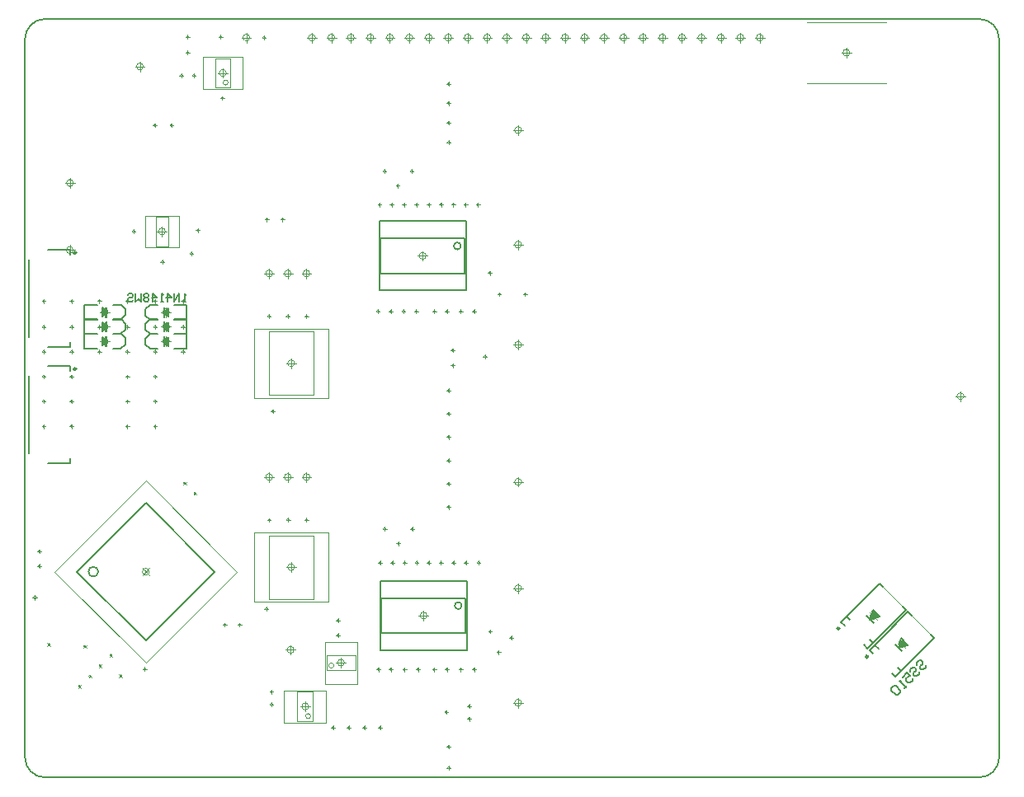
<source format=gbo>
G04*
G04 #@! TF.GenerationSoftware,Altium Limited,Altium Designer,20.0.12 (288)*
G04*
G04 Layer_Color=32896*
%FSLAX25Y25*%
%MOIN*%
G70*
G01*
G75*
%ADD11C,0.00984*%
%ADD12C,0.00787*%
%ADD13C,0.01000*%
%ADD17C,0.00600*%
%ADD19C,0.00500*%
%ADD20C,0.00800*%
%ADD21C,0.00394*%
%ADD23C,0.00700*%
%ADD25C,0.00591*%
%ADD26C,0.00197*%
%ADD27C,0.00100*%
%ADD28C,0.00158*%
D11*
X673616Y193812D02*
G03*
X673616Y193812I-492J0D01*
G01*
X662160Y205267D02*
G03*
X662160Y205267I-492J0D01*
G01*
X353816Y310168D02*
G03*
X353816Y310168I-492J0D01*
G01*
Y357168D02*
G03*
X353816Y357168I-492J0D01*
G01*
D12*
X683424Y187131D02*
X684816Y185739D01*
X699014Y202720D02*
X700406Y201328D01*
X674237Y196318D02*
X675629Y194926D01*
X689827Y211907D02*
X691219Y210515D01*
X684816Y185739D02*
X700406Y201328D01*
X674237Y196318D02*
X689827Y211907D01*
X676464Y198545D02*
X677856Y197153D01*
X685651Y189358D02*
X687043Y187966D01*
X671969Y198586D02*
X673361Y197194D01*
X687559Y214176D02*
X688950Y212784D01*
X662782Y207773D02*
X664174Y206381D01*
X678372Y223362D02*
X679764Y221971D01*
X673361Y197194D02*
X688950Y212784D01*
X662782Y207773D02*
X678372Y223362D01*
X665009Y210000D02*
X666401Y208608D01*
X674196Y200813D02*
X675588Y199421D01*
D13*
X687180Y200237D02*
X688806Y198611D01*
X686544Y198045D02*
X687180Y200237D01*
X686544Y198045D02*
X688806Y198611D01*
X686544Y198045D02*
X688028Y199530D01*
X675725Y211692D02*
X677351Y210066D01*
X675088Y209500D02*
X675725Y211692D01*
X675088Y209500D02*
X677351Y210066D01*
X675088Y209500D02*
X676573Y210985D01*
X365200Y332700D02*
X365400Y333300D01*
X364700Y333900D02*
X365400Y333300D01*
X364700Y333900D02*
X364800Y332200D01*
X365200Y326750D02*
X365400Y327350D01*
X364700Y327950D02*
X365400Y327350D01*
X364700Y327950D02*
X364800Y326250D01*
X365200Y320800D02*
X365400Y321400D01*
X364700Y322000D02*
X365400Y321400D01*
X364700Y322000D02*
X364800Y320300D01*
X390000Y333100D02*
X390200Y333700D01*
X390000Y333100D02*
X390700Y332500D01*
X390600Y334200D02*
X390700Y332500D01*
X390000Y327150D02*
X390200Y327750D01*
X390000Y327150D02*
X390700Y326550D01*
X390600Y328250D02*
X390700Y326550D01*
X390000Y321200D02*
X390200Y321800D01*
X390000Y321200D02*
X390700Y320600D01*
X390600Y322300D02*
X390700Y320600D01*
D17*
X364400Y335000D02*
X364400Y331500D01*
X364400Y335000D02*
X366000Y333300D01*
X366000Y335200D02*
X366000Y331200D01*
X364400Y331500D02*
X366000Y333100D01*
X364400Y325550D02*
Y329050D01*
X366000Y327350D01*
X366000Y325250D02*
Y329250D01*
X364400Y325550D02*
X366000Y327150D01*
X364400Y319600D02*
X364400Y323100D01*
X366000Y321400D01*
X366000Y323300D02*
X366000Y319300D01*
X364400Y319600D02*
X366000Y321200D01*
X391000Y334900D02*
X391000Y331400D01*
X389400Y333100D02*
X391000Y331400D01*
X389400Y331200D02*
Y335200D01*
Y333300D02*
X391000Y334900D01*
Y328950D02*
X391000Y325450D01*
X389400Y327150D02*
X391000Y325450D01*
X389400Y325250D02*
X389400Y329250D01*
Y327350D02*
X391000Y328950D01*
Y319500D02*
Y323000D01*
X389400Y321200D02*
X391000Y319500D01*
X389400Y323300D02*
X389400Y319300D01*
Y321400D02*
X391000Y323000D01*
D19*
X693371Y190448D02*
X693371Y191343D01*
X694266Y192238D01*
X695161D01*
X695609Y191791D01*
X695609Y190895D01*
X694714Y190000D01*
Y189105D01*
X695161Y188657D01*
X696057Y188657D01*
X696952Y189552D01*
Y190448D01*
X690685Y187762D02*
Y188657D01*
X691580Y189552D01*
X692475D01*
X692923Y189105D01*
X692923Y188209D01*
X692028Y187314D01*
X692028Y186418D01*
X692475Y185971D01*
X693371Y185971D01*
X694266Y186866D01*
Y187762D01*
X687551Y185523D02*
X689342Y187314D01*
X690685Y185971D01*
X689342Y185523D01*
X688894Y185075D01*
Y184180D01*
X689789Y183285D01*
X690685D01*
X691580Y184180D01*
Y185075D01*
X689342Y181942D02*
X688446Y181046D01*
X688894Y181494D01*
X686208Y184180D01*
X687103D01*
X684865Y181942D02*
X683969D01*
X683074Y181046D01*
X683074Y180151D01*
X684865Y178360D01*
X685760Y178360D01*
X686656Y179255D01*
Y180151D01*
X684865Y181942D01*
X398088Y337500D02*
X397022D01*
X397555D01*
Y340699D01*
X398088Y340166D01*
X395422Y337500D02*
Y340699D01*
X393290Y337500D01*
Y340699D01*
X390624Y337500D02*
Y340699D01*
X392223Y339100D01*
X390091D01*
X389024Y337500D02*
X387958D01*
X388491D01*
Y340699D01*
X389024Y340166D01*
X384759Y337500D02*
Y340699D01*
X386359Y339100D01*
X384226D01*
X383160Y340166D02*
X382627Y340699D01*
X381560D01*
X381027Y340166D01*
Y339633D01*
X381560Y339100D01*
X381027Y338566D01*
Y338033D01*
X381560Y337500D01*
X382627D01*
X383160Y338033D01*
Y338566D01*
X382627Y339100D01*
X383160Y339633D01*
Y340166D01*
X382627Y339100D02*
X381560D01*
X379961Y340699D02*
Y337500D01*
X378894Y338566D01*
X377828Y337500D01*
Y340699D01*
X374629Y340166D02*
X375162Y340699D01*
X376229D01*
X376762Y340166D01*
Y339633D01*
X376229Y339100D01*
X375162D01*
X374629Y338566D01*
Y338033D01*
X375162Y337500D01*
X376229D01*
X376762Y338033D01*
X398088Y337500D02*
X397022D01*
X397555D01*
Y340699D01*
X398088Y340166D01*
X395422Y337500D02*
Y340699D01*
X393290Y337500D01*
Y340699D01*
X390624Y337500D02*
Y340699D01*
X392223Y339100D01*
X390091D01*
X389024Y337500D02*
X387958D01*
X388491D01*
Y340699D01*
X389024Y340166D01*
X384759Y337500D02*
Y340699D01*
X386359Y339100D01*
X384226D01*
X383160Y340166D02*
X382627Y340699D01*
X381560D01*
X381027Y340166D01*
Y339633D01*
X381560Y339100D01*
X381027Y338566D01*
Y338033D01*
X381560Y337500D01*
X382627D01*
X383160Y338033D01*
Y338566D01*
X382627Y339100D01*
X383160Y339633D01*
Y340166D01*
X382627Y339100D02*
X381560D01*
X379961Y340699D02*
Y337500D01*
X378894Y338566D01*
X377828Y337500D01*
Y340699D01*
X374629Y340166D02*
X375162Y340699D01*
X376229D01*
X376762Y340166D01*
Y339633D01*
X376229Y339100D01*
X375162D01*
X374629Y338566D01*
Y338033D01*
X375162Y337500D01*
X376229D01*
X376762Y338033D01*
X398088Y337500D02*
X397022D01*
X397555D01*
Y340699D01*
X398088Y340166D01*
X395422Y337500D02*
Y340699D01*
X393290Y337500D01*
Y340699D01*
X390624Y337500D02*
Y340699D01*
X392223Y339100D01*
X390091D01*
X389024Y337500D02*
X387958D01*
X388491D01*
Y340699D01*
X389024Y340166D01*
X384759Y337500D02*
Y340699D01*
X386359Y339100D01*
X384226D01*
X383160Y340166D02*
X382627Y340699D01*
X381560D01*
X381027Y340166D01*
Y339633D01*
X381560Y339100D01*
X381027Y338566D01*
Y338033D01*
X381560Y337500D01*
X382627D01*
X383160Y338033D01*
Y338566D01*
X382627Y339100D01*
X383160Y339633D01*
Y340166D01*
X382627Y339100D02*
X381560D01*
X379961Y340699D02*
Y337500D01*
X378894Y338566D01*
X377828Y337500D01*
Y340699D01*
X374629Y340166D02*
X375162Y340699D01*
X376229D01*
X376762Y340166D01*
Y339633D01*
X376229Y339100D01*
X375162D01*
X374629Y338566D01*
Y338033D01*
X375162Y337500D01*
X376229D01*
X376762Y338033D01*
X398088Y337500D02*
X397022D01*
X397555D01*
Y340699D01*
X398088Y340166D01*
X395422Y337500D02*
Y340699D01*
X393290Y337500D01*
Y340699D01*
X390624Y337500D02*
Y340699D01*
X392223Y339100D01*
X390091D01*
X389024Y337500D02*
X387958D01*
X388491D01*
Y340699D01*
X389024Y340166D01*
X384759Y337500D02*
Y340699D01*
X386359Y339100D01*
X384226D01*
X383160Y340166D02*
X382627Y340699D01*
X381560D01*
X381027Y340166D01*
Y339633D01*
X381560Y339100D01*
X381027Y338566D01*
Y338033D01*
X381560Y337500D01*
X382627D01*
X383160Y338033D01*
Y338566D01*
X382627Y339100D01*
X383160Y339633D01*
Y340166D01*
X382627Y339100D02*
X381560D01*
X379961Y340699D02*
Y337500D01*
X378894Y338566D01*
X377828Y337500D01*
Y340699D01*
X374629Y340166D02*
X375162Y340699D01*
X376229D01*
X376762Y340166D01*
Y339633D01*
X376229Y339100D01*
X375162D01*
X374629Y338566D01*
Y338033D01*
X375162Y337500D01*
X376229D01*
X376762Y338033D01*
X398088Y337500D02*
X397022D01*
X397555D01*
Y340699D01*
X398088Y340166D01*
X395422Y337500D02*
Y340699D01*
X393290Y337500D01*
Y340699D01*
X390624Y337500D02*
Y340699D01*
X392223Y339100D01*
X390091D01*
X389024Y337500D02*
X387958D01*
X388491D01*
Y340699D01*
X389024Y340166D01*
X384759Y337500D02*
Y340699D01*
X386359Y339100D01*
X384226D01*
X383160Y340166D02*
X382627Y340699D01*
X381560D01*
X381027Y340166D01*
Y339633D01*
X381560Y339100D01*
X381027Y338566D01*
Y338033D01*
X381560Y337500D01*
X382627D01*
X383160Y338033D01*
Y338566D01*
X382627Y339100D01*
X383160Y339633D01*
Y340166D01*
X382627Y339100D02*
X381560D01*
X379961Y340699D02*
Y337500D01*
X378894Y338566D01*
X377828Y337500D01*
Y340699D01*
X374629Y340166D02*
X375162Y340699D01*
X376229D01*
X376762Y340166D01*
Y339633D01*
X376229Y339100D01*
X375162D01*
X374629Y338566D01*
Y338033D01*
X375162Y337500D01*
X376229D01*
X376762Y338033D01*
X398088Y337500D02*
X397022D01*
X397555D01*
Y340699D01*
X398088Y340166D01*
X395422Y337500D02*
Y340699D01*
X393290Y337500D01*
Y340699D01*
X390624Y337500D02*
Y340699D01*
X392223Y339100D01*
X390091D01*
X389024Y337500D02*
X387958D01*
X388491D01*
Y340699D01*
X389024Y340166D01*
X384759Y337500D02*
Y340699D01*
X386359Y339100D01*
X384226D01*
X383160Y340166D02*
X382627Y340699D01*
X381560D01*
X381027Y340166D01*
Y339633D01*
X381560Y339100D01*
X381027Y338566D01*
Y338033D01*
X381560Y337500D01*
X382627D01*
X383160Y338033D01*
Y338566D01*
X382627Y339100D01*
X383160Y339633D01*
Y340166D01*
X382627Y339100D02*
X381560D01*
X379961Y340699D02*
Y337500D01*
X378894Y338566D01*
X377828Y337500D01*
Y340699D01*
X374629Y340166D02*
X375162Y340699D01*
X376229D01*
X376762Y340166D01*
Y339633D01*
X376229Y339100D01*
X375162D01*
X374629Y338566D01*
Y338033D01*
X375162Y337500D01*
X376229D01*
X376762Y338033D01*
X333100Y153000D02*
G03*
X341100Y145000I8000J0D01*
G01*
X718600D02*
G03*
X726600Y153000I0J8000D01*
G01*
Y443700D02*
G03*
X718600Y451700I-8000J0D01*
G01*
X341100D02*
G03*
X333100Y443700I0J-8000D01*
G01*
Y153000D02*
Y443700D01*
X341100Y145000D02*
X718600D01*
X341100Y451700D02*
X718600D01*
X726600Y153000D02*
Y443700D01*
D20*
X685929Y197431D02*
X686990Y201320D01*
X689818Y198492D01*
X685929Y197431D02*
X689818Y198492D01*
X684515Y198845D02*
X687344Y196017D01*
X674474Y208886D02*
X675535Y212775D01*
X678363Y209947D01*
X674474Y208886D02*
X678363Y209947D01*
X673060Y210300D02*
X675888Y207472D01*
D21*
X448450Y169794D02*
G03*
X448450Y169794I-1000J0D01*
G01*
X415150Y425994D02*
G03*
X415150Y425994I-1000J0D01*
G01*
X457835Y190239D02*
G03*
X457835Y190239I-1000J0D01*
G01*
X684816Y185739D02*
X700406Y201328D01*
X674237Y196318D02*
X689827Y211907D01*
X700406Y201328D01*
X648896Y450344D02*
X680904D01*
X648896Y425856D02*
X680904D01*
X673361Y197194D02*
X688950Y212784D01*
X662782Y207773D02*
X678372Y223362D01*
X688950Y212784D01*
X443150Y167795D02*
X449450D01*
Y179606D01*
X443150D02*
X449450D01*
X443150Y167795D02*
Y179606D01*
X416150Y435806D02*
X416150Y423994D01*
X409850D02*
Y435806D01*
Y423994D02*
X416150D01*
X409850Y435806D02*
X416150D01*
X431545Y299705D02*
Y325295D01*
Y299705D02*
X449655D01*
Y325295D01*
X431545D02*
X449655D01*
X431545Y217205D02*
Y242795D01*
Y217205D02*
X449655D01*
Y242795D01*
X431545D02*
X449655D01*
X454835Y188239D02*
Y194538D01*
Y188239D02*
X466646D01*
Y194538D01*
X454835D02*
X466646D01*
X385876Y359894D02*
Y371706D01*
X390995Y359894D02*
Y371706D01*
X385876D02*
X390995D01*
X385876Y359894D02*
X390995D01*
X381900Y191430D02*
X418670Y228200D01*
X345130Y228200D02*
X381900Y264970D01*
X418670Y228200D01*
X345130Y228200D02*
X381900Y191430D01*
X437800Y167200D02*
Y180200D01*
X454800D01*
Y167200D02*
Y180200D01*
X437800Y167200D02*
X454800D01*
X421000Y423404D02*
Y436396D01*
X405000Y423404D02*
Y436396D01*
Y423404D02*
X421000D01*
X405000Y436396D02*
X421000D01*
X425600Y298500D02*
Y326500D01*
Y298500D02*
X455600Y298500D01*
Y326500D01*
X425600Y326500D02*
X455600Y326500D01*
X425600Y216000D02*
Y244000D01*
Y216000D02*
X455600Y216000D01*
Y244000D01*
X425600Y244000D02*
X455600Y244000D01*
X454240Y199888D02*
X467240D01*
Y182888D02*
Y199888D01*
X454240Y182888D02*
X467240D01*
X454240D02*
Y199888D01*
X381600Y359501D02*
X381600Y372099D01*
X395200Y359501D02*
Y372099D01*
X381600D02*
X395200D01*
X381600Y359501D02*
X395200Y359501D01*
D23*
X357000Y336200D02*
X357000Y330200D01*
X357000Y336200D02*
X362200Y336200D01*
X357000Y330200D02*
X362200Y330200D01*
X371800Y330200D02*
X373600Y332000D01*
X368700Y330200D02*
X371800Y330200D01*
X368700Y336200D02*
X371900Y336200D01*
X373600Y334500D01*
X373600Y332000D02*
X373600Y334500D01*
X357000Y324250D02*
Y330250D01*
X362200Y330250D01*
X357000Y324250D02*
X362200D01*
X371800D02*
X373600Y326050D01*
X368700Y324250D02*
X371800Y324250D01*
X368700Y330250D02*
X371900Y330250D01*
X373600Y328550D01*
X373600Y326050D02*
X373600Y328550D01*
X357000Y318300D02*
Y324300D01*
X362200D01*
X357000Y318300D02*
X362200D01*
X371800D02*
X373600Y320100D01*
X368700Y318300D02*
X371800D01*
X368700Y324300D02*
X371900Y324300D01*
X373600Y322600D01*
Y320100D02*
Y322600D01*
X398400Y330200D02*
Y336200D01*
X393200Y330200D02*
X398400Y330200D01*
X393200Y336200D02*
X398400D01*
X381800Y334400D02*
X383600Y336200D01*
X386700D01*
X383500Y330200D02*
X386700Y330200D01*
X381800Y331900D02*
X383500Y330200D01*
X381800Y331900D02*
Y334400D01*
X398400Y324250D02*
Y330250D01*
X393200Y324250D02*
X398400Y324250D01*
X393200Y330250D02*
X398400D01*
X381800Y328450D02*
X383600Y330250D01*
X386700D01*
X383500Y324250D02*
X386700Y324250D01*
X381800Y325950D02*
X383500Y324250D01*
X381800Y325950D02*
Y328450D01*
X398400Y318300D02*
Y324300D01*
X393200Y318300D02*
X398400D01*
X393200Y324300D02*
X398400D01*
X381800Y322500D02*
X383600Y324300D01*
X386700Y324300D01*
X383500Y318300D02*
X386700Y318300D01*
X381800Y320000D02*
X383500Y318300D01*
X381800Y320000D02*
Y322500D01*
D25*
X342443Y272015D02*
X351301D01*
Y273984D01*
X342443Y311385D02*
X351301D01*
Y309417D02*
Y311385D01*
X334569Y276149D02*
Y307251D01*
X342443Y319015D02*
X351301D01*
Y320984D01*
X342443Y358385D02*
X351301D01*
Y356417D02*
Y358385D01*
X334569Y323149D02*
Y354251D01*
X362655Y228200D02*
G03*
X362655Y228200I-1969J0D01*
G01*
X509164Y359927D02*
G03*
X509164Y359927I-1414J0D01*
G01*
X509514Y214458D02*
G03*
X509514Y214458I-1414J0D01*
G01*
X381900Y200361D02*
X409739Y228200D01*
X354061D02*
X381900Y256039D01*
X409739Y228200D01*
X354061D02*
X381900Y200361D01*
X510750Y348841D02*
Y363014D01*
X476750Y348841D02*
X510750D01*
X476750D02*
Y363014D01*
X510750D01*
X511100Y203371D02*
Y217544D01*
X477100Y203371D02*
X511100D01*
X477100D02*
Y217544D01*
X511100D01*
X476250Y369927D02*
X511250D01*
X476250Y341927D02*
Y369927D01*
Y341927D02*
X511250D01*
Y369927D01*
X476600Y224458D02*
X511600D01*
X476600Y196458D02*
Y224458D01*
Y196458D02*
X511600D01*
Y224458D01*
D26*
X688699Y198823D02*
G03*
X688699Y198823I-1378J0D01*
G01*
X666278Y438100D02*
G03*
X666278Y438100I-1378J0D01*
G01*
X677244Y210278D02*
G03*
X677244Y210278I-1378J0D01*
G01*
X441778Y196589D02*
G03*
X441778Y196589I-1378J0D01*
G01*
X712378Y299200D02*
G03*
X712378Y299200I-1378J0D01*
G01*
X383278Y228200D02*
G03*
X383278Y228200I-1378J0D01*
G01*
X380878Y432511D02*
G03*
X380878Y432511I-1378J0D01*
G01*
X423878Y444200D02*
G03*
X423878Y444200I-1378J0D01*
G01*
D02*
G03*
X423878Y444200I-1378J0D01*
G01*
X448178Y348800D02*
G03*
X448178Y348800I-1378J0D01*
G01*
X440628D02*
G03*
X440628Y348800I-1378J0D01*
G01*
X433078D02*
G03*
X433078Y348800I-1378J0D01*
G01*
X448178Y266483D02*
G03*
X448178Y266483I-1378J0D01*
G01*
X440628D02*
G03*
X440628Y266483I-1378J0D01*
G01*
X433078D02*
G03*
X433078Y266483I-1378J0D01*
G01*
X533678Y406800D02*
G03*
X533678Y406800I-1378J0D01*
G01*
X533678Y360480D02*
G03*
X533678Y360480I-1378J0D01*
G01*
X533678Y319960D02*
G03*
X533678Y319960I-1378J0D01*
G01*
Y264540D02*
G03*
X533678Y264540I-1378J0D01*
G01*
Y221520D02*
G03*
X533678Y221520I-1378J0D01*
G01*
Y175200D02*
G03*
X533678Y175200I-1378J0D01*
G01*
X495128Y355927D02*
G03*
X495128Y355927I-1378J0D01*
G01*
X495478Y210457D02*
G03*
X495478Y210457I-1378J0D01*
G01*
X447678Y173700D02*
G03*
X447678Y173700I-1378J0D01*
G01*
X414378Y429900D02*
G03*
X414378Y429900I-1378J0D01*
G01*
X352578Y358300D02*
G03*
X352578Y358300I-1378J0D01*
G01*
X352578Y385400D02*
G03*
X352578Y385400I-1378J0D01*
G01*
X441978Y312500D02*
G03*
X441978Y312500I-1378J0D01*
G01*
Y230000D02*
G03*
X441978Y230000I-1378J0D01*
G01*
X462118Y191388D02*
G03*
X462118Y191388I-1378J0D01*
G01*
X366678Y333200D02*
G03*
X366678Y333200I-1378J0D01*
G01*
Y327250D02*
G03*
X366678Y327250I-1378J0D01*
G01*
Y321300D02*
G03*
X366678Y321300I-1378J0D01*
G01*
X391478Y333200D02*
G03*
X391478Y333200I-1378J0D01*
G01*
Y327250D02*
G03*
X391478Y327250I-1378J0D01*
G01*
Y321300D02*
G03*
X391478Y321300I-1378J0D01*
G01*
X631312Y444199D02*
G03*
X631312Y444199I-1378J0D01*
G01*
D02*
G03*
X631312Y444199I-1378J0D01*
G01*
X623445D02*
G03*
X623445Y444199I-1378J0D01*
G01*
D02*
G03*
X623445Y444199I-1378J0D01*
G01*
X615579D02*
G03*
X615579Y444199I-1378J0D01*
G01*
D02*
G03*
X615579Y444199I-1378J0D01*
G01*
X607712D02*
G03*
X607712Y444199I-1378J0D01*
G01*
D02*
G03*
X607712Y444199I-1378J0D01*
G01*
X599845D02*
G03*
X599845Y444199I-1378J0D01*
G01*
D02*
G03*
X599845Y444199I-1378J0D01*
G01*
X591979D02*
G03*
X591979Y444199I-1378J0D01*
G01*
D02*
G03*
X591979Y444199I-1378J0D01*
G01*
X584112D02*
G03*
X584112Y444199I-1378J0D01*
G01*
D02*
G03*
X584112Y444199I-1378J0D01*
G01*
X576245D02*
G03*
X576245Y444199I-1378J0D01*
G01*
D02*
G03*
X576245Y444199I-1378J0D01*
G01*
X568378D02*
G03*
X568378Y444199I-1378J0D01*
G01*
D02*
G03*
X568378Y444199I-1378J0D01*
G01*
X560512D02*
G03*
X560512Y444199I-1378J0D01*
G01*
D02*
G03*
X560512Y444199I-1378J0D01*
G01*
X552645D02*
G03*
X552645Y444199I-1378J0D01*
G01*
D02*
G03*
X552645Y444199I-1378J0D01*
G01*
X544778D02*
G03*
X544778Y444199I-1378J0D01*
G01*
D02*
G03*
X544778Y444199I-1378J0D01*
G01*
X536912D02*
G03*
X536912Y444199I-1378J0D01*
G01*
D02*
G03*
X536912Y444199I-1378J0D01*
G01*
X529045D02*
G03*
X529045Y444199I-1378J0D01*
G01*
D02*
G03*
X529045Y444199I-1378J0D01*
G01*
X521178D02*
G03*
X521178Y444199I-1378J0D01*
G01*
D02*
G03*
X521178Y444199I-1378J0D01*
G01*
X513312D02*
G03*
X513312Y444199I-1378J0D01*
G01*
D02*
G03*
X513312Y444199I-1378J0D01*
G01*
X505445D02*
G03*
X505445Y444199I-1378J0D01*
G01*
D02*
G03*
X505445Y444199I-1378J0D01*
G01*
X497579D02*
G03*
X497579Y444199I-1378J0D01*
G01*
D02*
G03*
X497579Y444199I-1378J0D01*
G01*
X489712D02*
G03*
X489712Y444199I-1378J0D01*
G01*
D02*
G03*
X489712Y444199I-1378J0D01*
G01*
X481845D02*
G03*
X481845Y444199I-1378J0D01*
G01*
D02*
G03*
X481845Y444199I-1378J0D01*
G01*
X473979D02*
G03*
X473979Y444199I-1378J0D01*
G01*
D02*
G03*
X473979Y444199I-1378J0D01*
G01*
X466112D02*
G03*
X466112Y444199I-1378J0D01*
G01*
D02*
G03*
X466112Y444199I-1378J0D01*
G01*
X458245D02*
G03*
X458245Y444199I-1378J0D01*
G01*
D02*
G03*
X458245Y444199I-1378J0D01*
G01*
X450379D02*
G03*
X450379Y444199I-1378J0D01*
G01*
D02*
G03*
X450379Y444199I-1378J0D01*
G01*
X389813Y365800D02*
G03*
X389813Y365800I-1378J0D01*
G01*
X685929Y197431D02*
X688713Y200215D01*
X685929D02*
X688713Y197431D01*
X662931Y438100D02*
X666868D01*
X664900Y436131D02*
Y440068D01*
X674474Y208886D02*
X677258Y211670D01*
X674474D02*
X677258Y208886D01*
X440400Y194621D02*
Y198557D01*
X438432Y196589D02*
X442369D01*
X711000Y297232D02*
Y301168D01*
X709031Y299200D02*
X712968D01*
X380508Y226808D02*
X383292Y229592D01*
X380508D02*
X383292Y226808D01*
X379500Y430543D02*
Y434480D01*
X377532Y432511D02*
X381469D01*
X420532Y444200D02*
X424469D01*
X422500Y442232D02*
Y446169D01*
Y442232D02*
Y446169D01*
X420532Y444200D02*
X424469D01*
X444832Y348800D02*
X448769D01*
X446800Y346831D02*
Y350768D01*
X437282Y348800D02*
X441219D01*
X439250Y346831D02*
Y350768D01*
X429732Y348800D02*
X433669D01*
X431700Y346831D02*
Y350768D01*
X444832Y266483D02*
X448769D01*
X446800Y264515D02*
Y268452D01*
X437282Y266483D02*
X441219D01*
X439250Y264515D02*
Y268452D01*
X429732Y266483D02*
X433669D01*
X431700Y264515D02*
Y268452D01*
X532300Y404832D02*
Y408769D01*
X530332Y406800D02*
X534269D01*
X532300Y358511D02*
Y362449D01*
X530332Y360480D02*
X534269D01*
X532300Y317991D02*
Y321929D01*
X530332Y319960D02*
X534269D01*
X532300Y262572D02*
Y266509D01*
X530332Y264540D02*
X534269D01*
X532300Y219551D02*
Y223488D01*
X530332Y221520D02*
X534269D01*
X532300Y173231D02*
Y177169D01*
X530332Y175200D02*
X534269D01*
X491782Y355927D02*
X495718D01*
X493750Y353959D02*
Y357896D01*
X492132Y210457D02*
X496068D01*
X494100Y208489D02*
Y212426D01*
X444332Y173700D02*
X448269D01*
X446300Y171731D02*
Y175669D01*
X411031Y429900D02*
X414968D01*
X413000Y427931D02*
Y431869D01*
X349232Y358300D02*
X353169D01*
X351200Y356331D02*
Y360268D01*
X349232Y385400D02*
X353169D01*
X351200Y383432D02*
Y387368D01*
X440600Y310531D02*
Y314469D01*
X438631Y312500D02*
X442568D01*
X440600Y228031D02*
Y231968D01*
X438631Y230000D02*
X442568D01*
X460740Y189420D02*
Y193357D01*
X458772Y191388D02*
X462709D01*
X363332Y333200D02*
X367268D01*
X365300Y331231D02*
Y335169D01*
X363332Y327250D02*
X367268Y327250D01*
X365300Y325282D02*
X365300Y329219D01*
X363332Y321300D02*
X367268Y321300D01*
X365300Y319332D02*
Y323269D01*
X388131Y333200D02*
X392069D01*
X390100Y331231D02*
Y335169D01*
X388131Y327250D02*
X392069D01*
X390100Y325282D02*
Y329219D01*
X388131Y321300D02*
X392069D01*
X390100Y319332D02*
Y323269D01*
X627965Y444199D02*
X631902D01*
X629934Y442231D02*
Y446168D01*
Y442231D02*
Y446168D01*
X627965Y444199D02*
X631902D01*
X620099D02*
X624036D01*
X622067Y442231D02*
Y446168D01*
Y442231D02*
Y446168D01*
X620099Y444199D02*
X624036D01*
X612232D02*
X616169D01*
X614200Y442231D02*
Y446168D01*
Y442231D02*
Y446168D01*
X612232Y444199D02*
X616169D01*
X604365D02*
X608302D01*
X606334Y442231D02*
Y446168D01*
Y442231D02*
Y446168D01*
X604365Y444199D02*
X608302D01*
X596499D02*
X600436D01*
X598467Y442231D02*
Y446168D01*
Y442231D02*
Y446168D01*
X596499Y444199D02*
X600436D01*
X588632D02*
X592569D01*
X590600Y442231D02*
Y446168D01*
Y442231D02*
Y446168D01*
X588632Y444199D02*
X592569D01*
X580765D02*
X584702D01*
X582734Y442231D02*
Y446168D01*
Y442231D02*
Y446168D01*
X580765Y444199D02*
X584702D01*
X572899D02*
X576836D01*
X574867Y442231D02*
Y446168D01*
Y442231D02*
Y446168D01*
X572899Y444199D02*
X576836D01*
X565032D02*
X568969D01*
X567001Y442231D02*
Y446168D01*
Y442231D02*
Y446168D01*
X565032Y444199D02*
X568969D01*
X557165D02*
X561102D01*
X559134Y442231D02*
Y446168D01*
Y442231D02*
Y446168D01*
X557165Y444199D02*
X561102D01*
X549299D02*
X553236D01*
X551267Y442231D02*
Y446168D01*
Y442231D02*
Y446168D01*
X549299Y444199D02*
X553236D01*
X541432D02*
X545369D01*
X543401Y442231D02*
Y446168D01*
Y442231D02*
Y446168D01*
X541432Y444199D02*
X545369D01*
X533565D02*
X537502D01*
X535534Y442231D02*
Y446168D01*
Y442231D02*
Y446168D01*
X533565Y444199D02*
X537502D01*
X525699D02*
X529636D01*
X527667Y442231D02*
Y446168D01*
Y442231D02*
Y446168D01*
X525699Y444199D02*
X529636D01*
X517832D02*
X521769D01*
X519801Y442231D02*
Y446168D01*
Y442231D02*
Y446168D01*
X517832Y444199D02*
X521769D01*
X509965D02*
X513902D01*
X511934Y442231D02*
Y446168D01*
Y442231D02*
Y446168D01*
X509965Y444199D02*
X513902D01*
X502099D02*
X506036D01*
X504067Y442231D02*
Y446168D01*
Y442231D02*
Y446168D01*
X502099Y444199D02*
X506036D01*
X494232D02*
X498169D01*
X496201Y442231D02*
Y446168D01*
Y442231D02*
Y446168D01*
X494232Y444199D02*
X498169D01*
X486365D02*
X490303D01*
X488334Y442231D02*
Y446168D01*
Y442231D02*
Y446168D01*
X486365Y444199D02*
X490303D01*
X478499D02*
X482436D01*
X480467Y442231D02*
Y446168D01*
Y442231D02*
Y446168D01*
X478499Y444199D02*
X482436D01*
X470632D02*
X474569D01*
X472601Y442231D02*
Y446168D01*
Y442231D02*
Y446168D01*
X470632Y444199D02*
X474569D01*
X462766D02*
X466703D01*
X464734Y442231D02*
Y446168D01*
Y442231D02*
Y446168D01*
X462766Y444199D02*
X466703D01*
X454899D02*
X458836D01*
X456867Y442231D02*
Y446168D01*
Y442231D02*
Y446168D01*
X454899Y444199D02*
X458836D01*
X447032D02*
X450969D01*
X449001Y442231D02*
Y446168D01*
Y442231D02*
Y446168D01*
X447032Y444199D02*
X450969D01*
X388435Y363831D02*
Y367769D01*
X386467Y365800D02*
X390404D01*
D27*
X477000Y165200D02*
G03*
X477000Y165200I-500J0D01*
G01*
X470667D02*
G03*
X470667Y165200I-500J0D01*
G01*
X460059Y208500D02*
G03*
X460059Y208500I-500J0D01*
G01*
Y202500D02*
G03*
X460059Y202500I-500J0D01*
G01*
X368300Y194300D02*
G03*
X368300Y194300I-500J0D01*
G01*
X372200Y186100D02*
G03*
X372200Y186100I-500J0D01*
G01*
X343200Y198700D02*
G03*
X343200Y198700I-500J0D01*
G01*
X357800Y197900D02*
G03*
X357800Y197900I-500J0D01*
G01*
X381900Y188800D02*
G03*
X381900Y188800I-500J0D01*
G01*
X339381Y236400D02*
G03*
X339381Y236400I-500J0D01*
G01*
X355700Y181700D02*
G03*
X355700Y181700I-500J0D01*
G01*
X402400Y259800D02*
G03*
X402400Y259800I-500J0D01*
G01*
X414300Y206700D02*
G03*
X414300Y206700I-500J0D01*
G01*
X398200Y264000D02*
G03*
X398200Y264000I-500J0D01*
G01*
X420300Y206700D02*
G03*
X420300Y206700I-500J0D01*
G01*
X364100Y190100D02*
G03*
X364100Y190100I-500J0D01*
G01*
X359900Y185900D02*
G03*
X359900Y185900I-500J0D01*
G01*
X339381Y230500D02*
G03*
X339381Y230500I-500J0D01*
G01*
X447300Y331500D02*
G03*
X447300Y331500I-500J0D01*
G01*
X433703Y293039D02*
G03*
X433703Y293039I-500J0D01*
G01*
X439749Y331500D02*
G03*
X439749Y331500I-500J0D01*
G01*
X431100Y213200D02*
G03*
X431100Y213200I-500J0D01*
G01*
X432199Y331500D02*
G03*
X432199Y331500I-500J0D01*
G01*
X447300Y249159D02*
G03*
X447300Y249159I-500J0D01*
G01*
X439899D02*
G03*
X439899Y249159I-500J0D01*
G01*
X432199Y249101D02*
G03*
X432199Y249101I-500J0D01*
G01*
X501676Y376599D02*
G03*
X501676Y376599I-500J0D01*
G01*
X496701D02*
G03*
X496701Y376599I-500J0D01*
G01*
X516600Y376600D02*
G03*
X516600Y376600I-500J0D01*
G01*
X484200Y384300D02*
G03*
X484200Y384300I-500J0D01*
G01*
X506400Y317700D02*
G03*
X506400Y317700I-500J0D01*
G01*
X525200Y340400D02*
G03*
X525200Y340400I-500J0D01*
G01*
X501600Y231799D02*
G03*
X501600Y231799I-500J0D01*
G01*
X496700D02*
G03*
X496700Y231799I-500J0D01*
G01*
X516800Y231800D02*
G03*
X516800Y231800I-500J0D01*
G01*
X484400Y239600D02*
G03*
X484400Y239600I-500J0D01*
G01*
X503800Y171400D02*
G03*
X503800Y171400I-500J0D01*
G01*
X524900Y195600D02*
G03*
X524900Y195600I-500J0D01*
G01*
X363645Y337600D02*
G03*
X363645Y337600I-500J0D01*
G01*
Y327200D02*
G03*
X363645Y327200I-500J0D01*
G01*
X363645Y317200D02*
G03*
X363645Y317200I-500J0D01*
G01*
X341141Y287000D02*
G03*
X341141Y287000I-500J0D01*
G01*
X341141Y297100D02*
G03*
X341141Y297100I-500J0D01*
G01*
X341141Y307100D02*
G03*
X341141Y307100I-500J0D01*
G01*
X397400Y337600D02*
G03*
X397400Y337600I-500J0D01*
G01*
Y327200D02*
G03*
X397400Y327200I-500J0D01*
G01*
X397400Y317200D02*
G03*
X397400Y317200I-500J0D01*
G01*
X374896Y287000D02*
G03*
X374896Y287000I-500J0D01*
G01*
X374896Y297100D02*
G03*
X374896Y297100I-500J0D01*
G01*
X374896Y307100D02*
G03*
X374896Y307100I-500J0D01*
G01*
X386100Y408741D02*
G03*
X386100Y408741I-500J0D01*
G01*
X392800D02*
G03*
X392800Y408741I-500J0D01*
G01*
X396742Y428900D02*
G03*
X396742Y428900I-500J0D01*
G01*
X464333Y165200D02*
G03*
X464333Y165200I-500J0D01*
G01*
X433200Y179600D02*
G03*
X433200Y179600I-500J0D01*
G01*
X430200Y444200D02*
G03*
X430200Y444200I-500J0D01*
G01*
X458000Y165200D02*
G03*
X458000Y165200I-500J0D01*
G01*
X433200Y174500D02*
G03*
X433200Y174500I-500J0D01*
G01*
X413300Y419700D02*
G03*
X413300Y419700I-500J0D01*
G01*
X504700Y425500D02*
G03*
X504700Y425500I-500J0D01*
G01*
Y417633D02*
G03*
X504700Y417633I-500J0D01*
G01*
Y409767D02*
G03*
X504700Y409767I-500J0D01*
G01*
Y401900D02*
G03*
X504700Y401900I-500J0D01*
G01*
Y301500D02*
G03*
X504700Y301500I-500J0D01*
G01*
Y292060D02*
G03*
X504700Y292060I-500J0D01*
G01*
Y282620D02*
G03*
X504700Y282620I-500J0D01*
G01*
Y273180D02*
G03*
X504700Y273180I-500J0D01*
G01*
Y263740D02*
G03*
X504700Y263740I-500J0D01*
G01*
Y254300D02*
G03*
X504700Y254300I-500J0D01*
G01*
Y157400D02*
G03*
X504700Y157400I-500J0D01*
G01*
Y148900D02*
G03*
X504700Y148900I-500J0D01*
G01*
X506651Y376599D02*
G03*
X506651Y376599I-500J0D01*
G01*
X511625Y376600D02*
G03*
X511625Y376600I-500J0D01*
G01*
X489800Y390200D02*
G03*
X489800Y390200I-500J0D01*
G01*
X486751Y376599D02*
G03*
X486751Y376599I-500J0D01*
G01*
X491725Y376600D02*
G03*
X491725Y376600I-500J0D01*
G01*
X478800Y390200D02*
G03*
X478800Y390200I-500J0D01*
G01*
X481776Y376599D02*
G03*
X481776Y376599I-500J0D01*
G01*
X476800Y376600D02*
G03*
X476800Y376600I-500J0D01*
G01*
X519400Y315200D02*
G03*
X519400Y315200I-500J0D01*
G01*
X486485Y333458D02*
G03*
X486485Y333458I-500J0D01*
G01*
X491629Y333457D02*
G03*
X491629Y333457I-500J0D01*
G01*
X506400Y311600D02*
G03*
X506400Y311600I-500J0D01*
G01*
X481342Y333458D02*
G03*
X481342Y333458I-500J0D01*
G01*
X476200Y333457D02*
G03*
X476200Y333457I-500J0D01*
G01*
X535600Y340400D02*
G03*
X535600Y340400I-500J0D01*
G01*
X504000Y333458D02*
G03*
X504000Y333458I-500J0D01*
G01*
X498900Y333457D02*
G03*
X498900Y333457I-500J0D01*
G01*
X521400Y349000D02*
G03*
X521400Y349000I-500J0D01*
G01*
X509600Y333458D02*
G03*
X509600Y333458I-500J0D01*
G01*
X515000Y333457D02*
G03*
X515000Y333457I-500J0D01*
G01*
X506700Y231799D02*
G03*
X506700Y231799I-500J0D01*
G01*
X511700Y231800D02*
G03*
X511700Y231800I-500J0D01*
G01*
X490000Y245500D02*
G03*
X490000Y245500I-500J0D01*
G01*
X486900Y231799D02*
G03*
X486900Y231799I-500J0D01*
G01*
X491800Y231800D02*
G03*
X491800Y231800I-500J0D01*
G01*
X478900Y245500D02*
G03*
X478900Y245500I-500J0D01*
G01*
X482000Y231799D02*
G03*
X482000Y231799I-500J0D01*
G01*
X477000Y231800D02*
G03*
X477000Y231800I-500J0D01*
G01*
X513000Y173900D02*
G03*
X513000Y173900I-500J0D01*
G01*
X486900Y188657D02*
G03*
X486900Y188657I-500J0D01*
G01*
X492400D02*
G03*
X492400Y188657I-500J0D01*
G01*
X513000Y168600D02*
G03*
X513000Y168600I-500J0D01*
G01*
X481400Y188657D02*
G03*
X481400Y188657I-500J0D01*
G01*
X476400D02*
G03*
X476400Y188657I-500J0D01*
G01*
X530000Y201500D02*
G03*
X530000Y201500I-500J0D01*
G01*
X504000Y188657D02*
G03*
X504000Y188657I-500J0D01*
G01*
X498900D02*
G03*
X498900Y188657I-500J0D01*
G01*
X521500Y204059D02*
G03*
X521500Y204059I-500J0D01*
G01*
X509600Y188657D02*
G03*
X509600Y188657I-500J0D01*
G01*
X515000D02*
G03*
X515000Y188657I-500J0D01*
G01*
X412600Y444500D02*
G03*
X412600Y444500I-500J0D01*
G01*
X399300Y438200D02*
G03*
X399300Y438200I-500J0D01*
G01*
X401860Y428900D02*
G03*
X401860Y428900I-500J0D01*
G01*
X399300Y444500D02*
G03*
X399300Y444500I-500J0D01*
G01*
X341141Y337600D02*
G03*
X341141Y337600I-500J0D01*
G01*
Y327200D02*
G03*
X341141Y327200I-500J0D01*
G01*
X341141Y317200D02*
G03*
X341141Y317200I-500J0D01*
G01*
X352393Y337600D02*
G03*
X352393Y337600I-500J0D01*
G01*
Y327200D02*
G03*
X352393Y327200I-500J0D01*
G01*
Y317200D02*
G03*
X352393Y317200I-500J0D01*
G01*
Y307101D02*
G03*
X352393Y307101I-500J0D01*
G01*
X352393Y297101D02*
G03*
X352393Y297101I-500J0D01*
G01*
X352393Y287001D02*
G03*
X352393Y287001I-500J0D01*
G01*
X374897Y337600D02*
G03*
X374897Y337600I-500J0D01*
G01*
Y327200D02*
G03*
X374897Y327200I-500J0D01*
G01*
X374897Y317200D02*
G03*
X374897Y317200I-500J0D01*
G01*
X386148Y337600D02*
G03*
X386148Y337600I-500J0D01*
G01*
Y327200D02*
G03*
X386148Y327200I-500J0D01*
G01*
X386148Y317200D02*
G03*
X386148Y317200I-500J0D01*
G01*
Y307101D02*
G03*
X386148Y307101I-500J0D01*
G01*
X386148Y297101D02*
G03*
X386148Y297101I-500J0D01*
G01*
X386148Y287001D02*
G03*
X386148Y287001I-500J0D01*
G01*
X437600Y370659D02*
G03*
X437600Y370659I-500J0D01*
G01*
X431300Y370659D02*
G03*
X431300Y370659I-500J0D01*
G01*
X400800Y356800D02*
G03*
X400800Y356800I-500J0D01*
G01*
X389100Y353500D02*
G03*
X389100Y353500I-500J0D01*
G01*
X403400Y366300D02*
G03*
X403400Y366300I-500J0D01*
G01*
X377500Y365800D02*
G03*
X377500Y365800I-500J0D01*
G01*
X475713Y165200D02*
X477287D01*
X476500Y164413D02*
Y165987D01*
X469379Y165200D02*
X470954D01*
X470167Y164413D02*
Y165987D01*
X459559Y207713D02*
Y209288D01*
X458772Y208500D02*
X460347D01*
X459559Y201713D02*
Y203288D01*
X458772Y202500D02*
X460347D01*
X367243Y194857D02*
X368357Y193743D01*
X367243D02*
X368357Y194857D01*
X371143Y186657D02*
X372257Y185543D01*
X371143D02*
X372257Y186657D01*
X342143Y198143D02*
X343257Y199257D01*
X342143D02*
X343257Y198143D01*
X356743Y198457D02*
X357857Y197343D01*
X356743D02*
X357857Y198457D01*
X380613Y188800D02*
X382187D01*
X381400Y188013D02*
Y189587D01*
X338093Y236400D02*
X339668D01*
X338881Y235613D02*
X338881Y237187D01*
X354643Y182257D02*
X355757Y181143D01*
X354643D02*
X355757Y182257D01*
X401343Y260357D02*
X402457Y259243D01*
X401343D02*
X402457Y260357D01*
X413013Y206700D02*
X414587D01*
X413800Y205913D02*
Y207487D01*
X397143Y264557D02*
X398257Y263443D01*
X397143D02*
X398257Y264557D01*
X419013Y206700D02*
X420587Y206700D01*
X419800Y205913D02*
X419800Y207487D01*
X363043Y189543D02*
X364157Y190657D01*
X363043D02*
X364157Y189543D01*
X358843Y185343D02*
X359957Y186457D01*
X358843D02*
X359957Y185343D01*
X338881Y229713D02*
X338881Y231287D01*
X338094Y230500D02*
X339669Y230500D01*
X446800Y330713D02*
Y332287D01*
X446012Y331500D02*
X447587D01*
X432415Y293039D02*
X433990D01*
X433203Y292251D02*
Y293826D01*
X439250Y332287D02*
X439250Y330713D01*
X438462Y331500D02*
X440037D01*
X429813Y213200D02*
X431387D01*
X430600Y212413D02*
Y213987D01*
X431699Y330713D02*
Y332287D01*
X430912Y331500D02*
X432487D01*
X446800Y248372D02*
Y249947D01*
X446012Y249159D02*
X447587D01*
X439399Y249947D02*
X439399Y248372D01*
X438612Y249159D02*
X440187D01*
X431699Y248313D02*
Y249888D01*
X430912Y249101D02*
X432487D01*
X501176Y375812D02*
Y377387D01*
X500388Y376599D02*
X501963D01*
X496201Y375812D02*
Y377387D01*
X495413Y376599D02*
X496988D01*
X516100Y375813D02*
Y377387D01*
X515313Y376600D02*
X516887D01*
X482913Y384300D02*
X484487Y384300D01*
X483700Y383513D02*
Y385087D01*
X505113Y317700D02*
X506687D01*
X505900Y316913D02*
Y318487D01*
X523913Y340400D02*
X525487D01*
X524700Y339613D02*
Y341187D01*
X501100Y231012D02*
Y232587D01*
X500313Y231799D02*
X501887D01*
X496200Y231012D02*
Y232587D01*
X495413Y231799D02*
X496987D01*
X516300Y231013D02*
Y232587D01*
X515513Y231800D02*
X517087D01*
X483113Y239600D02*
X484687D01*
X483900Y238813D02*
Y240387D01*
X503300Y172187D02*
X503300Y170613D01*
X502513Y171400D02*
X504087D01*
X523613Y195600D02*
X525187Y195600D01*
X524400Y194813D02*
Y196387D01*
X362357Y337600D02*
X363932Y337600D01*
X363145Y338387D02*
X363145Y336813D01*
X362357Y327200D02*
X363932Y327200D01*
X363145Y327988D02*
X363145Y326413D01*
X362357Y317200D02*
X363932Y317200D01*
X363145Y317988D02*
X363145Y316413D01*
X339853Y287000D02*
X341428D01*
X340641Y286213D02*
Y287788D01*
X339853Y297100D02*
X341428Y297100D01*
X340641Y296313D02*
Y297888D01*
X339853Y307100D02*
X341428D01*
X340641Y306313D02*
Y307888D01*
X396113Y337600D02*
X397687D01*
X396900Y336812D02*
X396900Y338387D01*
X396113Y327200D02*
X397687D01*
X396900Y327988D02*
X396900Y326413D01*
X396113Y317200D02*
X397687D01*
X396900Y316413D02*
X396900Y317988D01*
X373608Y287000D02*
X375183D01*
X374396Y286213D02*
Y287788D01*
X373608Y297100D02*
X375183D01*
X374396Y296313D02*
Y297888D01*
X373608Y307100D02*
X375183D01*
X374396Y306313D02*
Y307888D01*
X385600Y407954D02*
X385600Y409529D01*
X384812Y408741D02*
X386387Y408741D01*
X392300Y407954D02*
X392300Y409529D01*
X391512Y408741D02*
X393087D01*
X396242Y428113D02*
Y429687D01*
X395454Y428900D02*
X397029D01*
X463833Y164413D02*
Y165987D01*
X463046Y165200D02*
X464621Y165200D01*
X431913Y179600D02*
X433487D01*
X432700Y178813D02*
X432700Y180387D01*
X429700Y443413D02*
X429700Y444987D01*
X428913Y444200D02*
X430487Y444200D01*
X457500Y164413D02*
X457500Y165987D01*
X456713Y165200D02*
X458287D01*
X431913Y174500D02*
X433487D01*
X432700Y173713D02*
Y175287D01*
X412013Y419700D02*
X413587D01*
X412800Y418913D02*
Y420487D01*
X504200Y424713D02*
Y426287D01*
X503413Y425500D02*
X504987D01*
X504200Y416846D02*
Y418421D01*
X503413Y417633D02*
X504987D01*
X504200Y410554D02*
X504200Y408979D01*
X503413Y409767D02*
X504987D01*
X504200Y401113D02*
Y402687D01*
X503413Y401900D02*
X504987D01*
X504200Y300713D02*
Y302287D01*
X503413Y301500D02*
X504987D01*
X504200Y291273D02*
Y292847D01*
X503413Y292060D02*
X504987D01*
X504200Y281833D02*
Y283407D01*
X503413Y282620D02*
X504987D01*
X504200Y272393D02*
Y273967D01*
X503413Y273180D02*
X504987D01*
X504200Y262953D02*
Y264527D01*
X503413Y263740D02*
X504987D01*
X504200Y253513D02*
Y255087D01*
X503413Y254300D02*
X504987D01*
X504200Y156613D02*
Y158187D01*
X503413Y157400D02*
X504987D01*
X504200Y148113D02*
Y149687D01*
X503413Y148900D02*
X504987D01*
X505363Y376599D02*
X506938D01*
X506151Y375812D02*
Y377387D01*
X510338Y376600D02*
X511912D01*
X511125Y377387D02*
X511125Y375813D01*
X489300Y390987D02*
X489300Y389413D01*
X488513Y390200D02*
X490087D01*
X485463Y376599D02*
X487038D01*
X486251Y375812D02*
Y377387D01*
X490438Y376600D02*
X492012D01*
X491225Y375813D02*
Y377387D01*
X478300Y389413D02*
Y390987D01*
X477513Y390200D02*
X479087D01*
X480488Y376599D02*
X482063Y376599D01*
X481276Y377387D02*
X481276Y375812D01*
X475513Y376600D02*
X477087D01*
X476300Y375813D02*
Y377387D01*
X518113Y315200D02*
X519687D01*
X518900Y314413D02*
Y315987D01*
X485198Y333458D02*
X486772D01*
X485985Y332671D02*
Y334245D01*
X490341Y333457D02*
X491916D01*
X491128Y332670D02*
Y334245D01*
X505900Y312387D02*
X505900Y310813D01*
X505113Y311600D02*
X506687D01*
X480055Y333458D02*
X481630D01*
X480842Y332671D02*
Y334245D01*
X474913Y333457D02*
X476487D01*
X475700Y332670D02*
X475700Y334245D01*
X535100Y339613D02*
Y341187D01*
X534313Y340400D02*
X535887Y340400D01*
X502713Y333458D02*
X504287D01*
X503500Y332671D02*
Y334245D01*
X497613Y333457D02*
X499187D01*
X498400Y332670D02*
Y334245D01*
X520113Y349000D02*
X521687D01*
X520900Y348213D02*
Y349787D01*
X508313Y333458D02*
X509887D01*
X509100Y332671D02*
Y334245D01*
X513713Y333457D02*
X515287D01*
X514500Y332670D02*
Y334245D01*
X505413Y231799D02*
X506987D01*
X506200Y231012D02*
Y232587D01*
X510413Y231800D02*
X511987D01*
X511200Y231013D02*
Y232587D01*
X489500Y244713D02*
Y246287D01*
X488713Y245500D02*
X490287D01*
X485613Y231799D02*
X487188D01*
X486400Y231012D02*
Y232587D01*
X490512Y231800D02*
X492087D01*
X491300Y231013D02*
Y232587D01*
X478400Y244713D02*
X478400Y246287D01*
X477613Y245500D02*
X479187D01*
X480713Y231799D02*
X482288D01*
X481500Y231012D02*
Y232587D01*
X475713Y231800D02*
X477287D01*
X476500Y231013D02*
Y232587D01*
X512500Y173113D02*
Y174687D01*
X511713Y173900D02*
X513287D01*
X485613Y188657D02*
X487187D01*
X486400Y187870D02*
Y189445D01*
X491113Y188657D02*
X492687D01*
X491900Y187870D02*
Y189445D01*
X512500Y167813D02*
Y169387D01*
X511713Y168600D02*
X513287D01*
X480113Y188657D02*
X481687D01*
X480900Y187870D02*
Y189445D01*
X475113Y188657D02*
X476687D01*
X475900Y187870D02*
Y189445D01*
X529500Y200713D02*
Y202287D01*
X528713Y201500D02*
X530287D01*
X502713Y188657D02*
X504287D01*
X503500Y187870D02*
Y189445D01*
X497613Y188657D02*
X499187D01*
X498400Y187870D02*
Y189445D01*
X520213Y204059D02*
X521788D01*
X521000Y203271D02*
Y204846D01*
X508313Y188657D02*
X509887D01*
X509100Y187870D02*
Y189445D01*
X513713Y188657D02*
X515287D01*
X514500Y187870D02*
Y189445D01*
X412100Y443713D02*
Y445287D01*
X411313Y444500D02*
X412887D01*
X398800Y437413D02*
Y438987D01*
X398013Y438200D02*
X399587D01*
X400572Y428900D02*
X402147D01*
X401360Y428113D02*
Y429687D01*
X398800Y443713D02*
Y445287D01*
X398013Y444500D02*
X399587D01*
X340641Y336813D02*
Y338387D01*
X339854Y337600D02*
X341429D01*
X340641Y326413D02*
Y327988D01*
X339854Y327200D02*
X341429D01*
X340641Y316413D02*
Y317988D01*
X339854Y317200D02*
X341429D01*
X351893Y336813D02*
Y338387D01*
X351106Y337600D02*
X352680D01*
X351893Y326413D02*
Y327988D01*
X351106Y327200D02*
X352680D01*
X351893Y316413D02*
Y317988D01*
X351106Y317200D02*
X352680D01*
X351893Y306313D02*
Y307888D01*
X351106Y307101D02*
X352680D01*
X351893Y296314D02*
Y297888D01*
X351106Y297101D02*
X352680D01*
X351893Y286213D02*
Y287788D01*
X351106Y287001D02*
X352680D01*
X374396Y338387D02*
X374396Y336813D01*
X373609Y337600D02*
X375184D01*
X374396Y327988D02*
X374396Y326413D01*
X373609Y327200D02*
X375184Y327200D01*
X374396Y317988D02*
X374396Y316413D01*
X373609Y317200D02*
X375184D01*
X385648Y336813D02*
Y338387D01*
X384861Y337600D02*
X386436D01*
X385648Y326413D02*
Y327988D01*
X384861Y327200D02*
X386436Y327200D01*
X385648Y316413D02*
Y317988D01*
X384861Y317200D02*
X386436Y317200D01*
X385648Y306314D02*
Y307888D01*
X384861Y307101D02*
X386436D01*
X385648Y296314D02*
Y297888D01*
X384861Y297101D02*
X386436D01*
X385648Y286213D02*
Y287788D01*
X384861Y287001D02*
X386436D01*
X437100Y369871D02*
Y371446D01*
X436313Y370659D02*
X437888D01*
X430800Y369872D02*
Y371447D01*
X430012Y370659D02*
X431587D01*
X399513Y356800D02*
X401087Y356800D01*
X400300Y356013D02*
Y357587D01*
X388600Y352713D02*
Y354287D01*
X387813Y353500D02*
X389387D01*
X402113Y366300D02*
X403687D01*
X402900Y365513D02*
Y367087D01*
X377000Y365013D02*
X377000Y366587D01*
X376213Y365800D02*
X377787D01*
D28*
X337767Y217800D02*
G03*
X337767Y217800I-707J0D01*
G01*
X336060D02*
X338060D01*
X337060Y216800D02*
Y218800D01*
M02*

</source>
